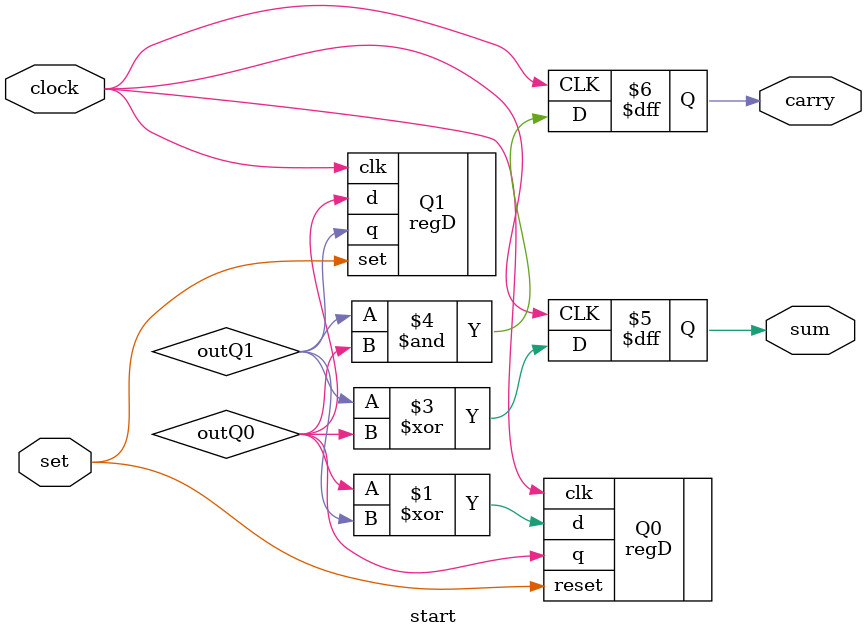
<source format=v>
module start(
	input clock,
	input set,
	output reg sum,
	output reg carry
);

wire outQ1, outQ0;

regD Q1(.clk(clock), .set(set),.d(outQ0), .q(outQ1));
regD Q0(.clk(clock), .reset(set), .d(outQ0 ^ outQ1), .q(outQ0));

always@(posedge clock)
begin
	sum <= outQ1 ^ outQ0;
	carry <= outQ1 & outQ0;
	
end

endmodule
</source>
